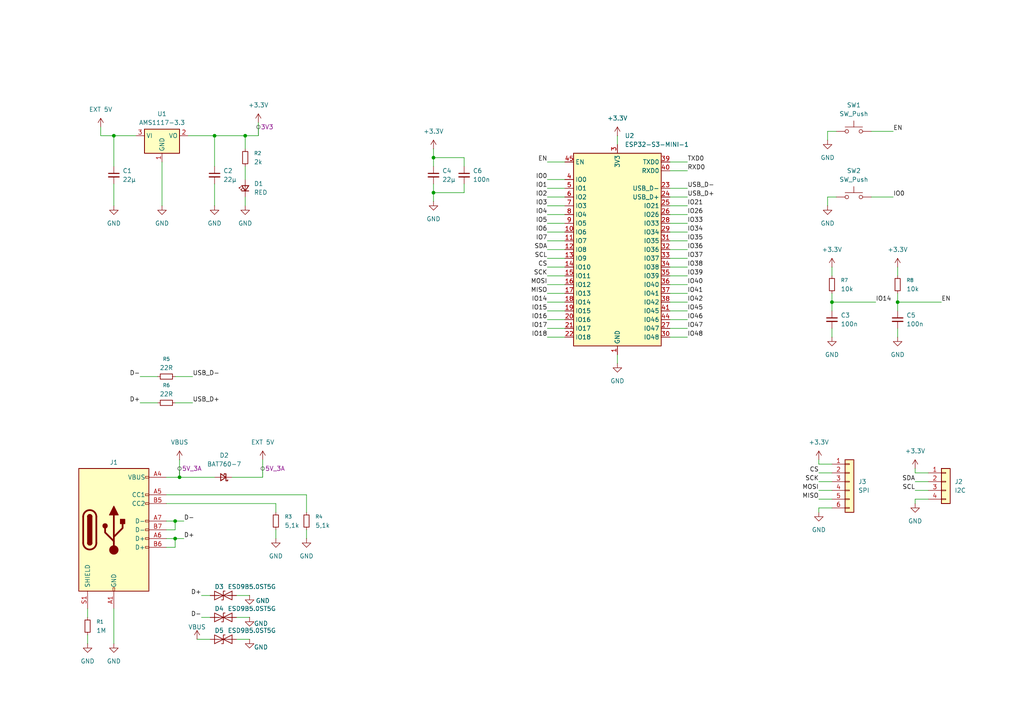
<source format=kicad_sch>
(kicad_sch (version 20250114) (generator "eeschema") (generator_version "9.0")
  (paper "A4")
  (title_block (title "ESP32-S3-Mini") (date "2026-01-28") (rev "V1") (company "AGEA Leo"))
  (lib_symbols
    (symbol "Connector:USB_C_Receptacle_USB2.0_14P" (pin_names (offset 1.016))
      (property "Reference" "J" (at 0 22.225 0))
      (property "Value" "USB_C_Receptacle_USB2.0_14P" (at 0 19.685 0))
      (symbol "USB_C_Receptacle_USB2.0_14P_0_0"
        (rectangle (start -0.254 -17.78) (end 0.254 -16.764))
        (rectangle (start 10.16 15.494) (end 9.144 14.986))
        (rectangle (start 10.16 10.414) (end 9.144 9.906))
        (rectangle (start 10.16 7.874) (end 9.144 7.366))
        (rectangle (start 10.16 2.794) (end 9.144 2.286))
        (rectangle (start 10.16 0.254) (end 9.144 -0.254))
        (rectangle (start 10.16 -2.286) (end 9.144 -2.794))
        (rectangle (start 10.16 -4.826) (end 9.144 -5.334))
      )
      (symbol "USB_C_Receptacle_USB2.0_14P_0_1"
        (rectangle (start -10.16 17.78) (end 10.16 -17.78) (stroke (width 0.254)) (fill (type background)))
        (polyline (pts (xy -8.89 -3.81) (xy -8.89 3.81)) (stroke (width 0.508)))
        (rectangle (start -7.62 -3.81) (end -6.35 3.81) (stroke (width 0.254)) (fill (type outline)))
        (arc (start -7.62 3.81) (mid -6.985 4.4423) (end -6.35 3.81) (stroke (width 0.254)))
        (arc (start -7.62 3.81) (mid -6.985 4.4423) (end -6.35 3.81) (stroke (width 0.254)) (fill (type outline)))
        (arc (start -8.89 3.81) (mid -6.985 5.7067) (end -5.08 3.81) (stroke (width 0.508)))
        (arc (start -5.08 -3.81) (mid -6.985 -5.7067) (end -8.89 -3.81) (stroke (width 0.508)))
        (arc (start -6.35 -3.81) (mid -6.985 -4.4423) (end -7.62 -3.81) (stroke (width 0.254)))
        (arc (start -6.35 -3.81) (mid -6.985 -4.4423) (end -7.62 -3.81) (stroke (width 0.254)) (fill (type outline)))
        (polyline (pts (xy -5.08 3.81) (xy -5.08 -3.81)) (stroke (width 0.508)))
        (circle (center -2.54 1.143) (radius 0.635) (stroke (width 0.254)) (fill (type outline)))
        (polyline (pts (xy -1.27 4.318) (xy 0 6.858) (xy 1.27 4.318) (xy -1.27 4.318)) (stroke (width 0.254)) (fill (type outline)))
        (polyline (pts (xy 0 -2.032) (xy 2.54 0.508) (xy 2.54 1.778)) (stroke (width 0.508)))
        (polyline (pts (xy 0 -3.302) (xy -2.54 -0.762) (xy -2.54 0.508)) (stroke (width 0.508)))
        (polyline (pts (xy 0 -5.842) (xy 0 4.318)) (stroke (width 0.508)))
        (circle (center 0 -5.842) (radius 1.27) (fill (type outline)))
        (rectangle (start 1.905 1.778) (end 3.175 3.048) (stroke (width 0.254)) (fill (type outline)))
      )
      (symbol "USB_C_Receptacle_USB2.0_14P_1_1"
        (pin passive line (at -7.62 -22.86 90) (length 5.08) (name "SHIELD") (number "S1"))
        (pin passive line (at 0 -22.86 90) (length 5.08) (name "GND") (number "A1"))
        (pin passive line (at 0 -22.86 90) (length 5.08) (hide yes) (name "GND") (number "A12"))
        (pin passive line (at 0 -22.86 90) (length 5.08) (hide yes) (name "GND") (number "B1"))
        (pin passive line (at 0 -22.86 90) (length 5.08) (hide yes) (name "GND") (number "B12"))
        (pin passive line (at 15.24 15.24 180) (length 5.08) (name "VBUS") (number "A4"))
        (pin passive line (at 15.24 15.24 180) (length 5.08) (hide yes) (name "VBUS") (number "A9"))
        (pin passive line (at 15.24 15.24 180) (length 5.08) (hide yes) (name "VBUS") (number "B4"))
        (pin passive line (at 15.24 15.24 180) (length 5.08) (hide yes) (name "VBUS") (number "B9"))
        (pin bidirectional line (at 15.24 10.16 180) (length 5.08) (name "CC1") (number "A5"))
        (pin bidirectional line (at 15.24 7.62 180) (length 5.08) (name "CC2") (number "B5"))
        (pin bidirectional line (at 15.24 2.54 180) (length 5.08) (name "D-") (number "A7"))
        (pin bidirectional line (at 15.24 0 180) (length 5.08) (name "D-") (number "B7"))
        (pin bidirectional line (at 15.24 -2.54 180) (length 5.08) (name "D+") (number "A6"))
        (pin bidirectional line (at 15.24 -5.08 180) (length 5.08) (name "D+") (number "B6"))
      )
    )
    (symbol "Connector_Generic:Conn_01x04" (pin_names (offset 1.016) (hide yes))
      (property "Reference" "J" (at 0 5.08 0))
      (property "Value" "Conn_01x04" (at 0 -7.62 0))
      (symbol "Conn_01x04_1_1"
        (rectangle (start -1.27 3.81) (end 1.27 -6.35) (stroke (width 0.254)) (fill (type background)))
        (rectangle (start -1.27 2.667) (end 0 2.413) (stroke (width 0.1524)))
        (rectangle (start -1.27 0.127) (end 0 -0.127) (stroke (width 0.1524)))
        (rectangle (start -1.27 -2.413) (end 0 -2.667) (stroke (width 0.1524)))
        (rectangle (start -1.27 -4.953) (end 0 -5.207) (stroke (width 0.1524)))
        (pin passive line (at -5.08 2.54 0) (length 3.81) (name "Pin_1") (number "1"))
        (pin passive line (at -5.08 0 0) (length 3.81) (name "Pin_2") (number "2"))
        (pin passive line (at -5.08 -2.54 0) (length 3.81) (name "Pin_3") (number "3"))
        (pin passive line (at -5.08 -5.08 0) (length 3.81) (name "Pin_4") (number "4"))
      )
    )
    (symbol "Connector_Generic:Conn_01x06" (pin_names (offset 1.016) (hide yes))
      (property "Reference" "J" (at 0 7.62 0))
      (property "Value" "Conn_01x06" (at 0 -10.16 0))
      (symbol "Conn_01x06_1_1"
        (rectangle (start -1.27 6.35) (end 1.27 -8.89) (stroke (width 0.254)) (fill (type background)))
        (rectangle (start -1.27 5.207) (end 0 4.953) (stroke (width 0.1524)))
        (rectangle (start -1.27 2.667) (end 0 2.413) (stroke (width 0.1524)))
        (rectangle (start -1.27 0.127) (end 0 -0.127) (stroke (width 0.1524)))
        (rectangle (start -1.27 -2.413) (end 0 -2.667) (stroke (width 0.1524)))
        (rectangle (start -1.27 -4.953) (end 0 -5.207) (stroke (width 0.1524)))
        (rectangle (start -1.27 -7.493) (end 0 -7.747) (stroke (width 0.1524)))
        (pin passive line (at -5.08 5.08 0) (length 3.81) (name "Pin_1") (number "1"))
        (pin passive line (at -5.08 2.54 0) (length 3.81) (name "Pin_2") (number "2"))
        (pin passive line (at -5.08 0 0) (length 3.81) (name "Pin_3") (number "3"))
        (pin passive line (at -5.08 -2.54 0) (length 3.81) (name "Pin_4") (number "4"))
        (pin passive line (at -5.08 -5.08 0) (length 3.81) (name "Pin_5") (number "5"))
        (pin passive line (at -5.08 -7.62 0) (length 3.81) (name "Pin_6") (number "6"))
      )
    )
    (symbol "Device:C_Small" (pin_numbers (hide yes)) (pin_names (offset 0.254) (hide yes))
      (property "Reference" "C" (at 0.254 1.778 0))
      (property "Value" "C_Small" (at 0.254 -2.032 0))
      (symbol "C_Small_0_1"
        (polyline (pts (xy -1.524 0.508) (xy 1.524 0.508)) (stroke (width 0.3048)))
        (polyline (pts (xy -1.524 -0.508) (xy 1.524 -0.508)) (stroke (width 0.3302)))
      )
      (symbol "C_Small_1_1"
        (pin passive line (at 0 2.54 270) (length 2.032) (name "~") (number "1"))
        (pin passive line (at 0 -2.54 90) (length 2.032) (name "~") (number "2"))
      )
    )
    (symbol "Device:D_Schottky_Small" (pin_numbers (hide yes)) (pin_names (offset 0.254) (hide yes))
      (property "Reference" "D" (at -1.27 2.032 0))
      (property "Value" "D_Schottky_Small" (at -7.112 -2.032 0))
      (symbol "D_Schottky_Small_0_1"
        (polyline (pts (xy -1.27 0.762) (xy -1.27 1.016) (xy -0.762 1.016) (xy -0.762 -1.016) (xy -0.254 -1.016) (xy -0.254 -0.762)) (stroke (width 0.254)))
        (polyline (pts (xy -0.762 0) (xy 0.762 0)))
        (polyline (pts (xy 0.762 -1.016) (xy -0.762 0) (xy 0.762 1.016) (xy 0.762 -1.016)) (stroke (width 0.254)))
      )
      (symbol "D_Schottky_Small_1_1"
        (pin passive line (at -2.54 0 0) (length 1.778) (name "K") (number "1"))
        (pin passive line (at 2.54 0 180) (length 1.778) (name "A") (number "2"))
      )
    )
    (symbol "Device:LED_Small" (pin_numbers (hide yes)) (pin_names (offset 0.254) (hide yes))
      (property "Reference" "D" (at -1.27 3.175 0))
      (property "Value" "LED_Small" (at -4.445 -2.54 0))
      (symbol "LED_Small_0_1"
        (polyline (pts (xy -0.762 -1.016) (xy -0.762 1.016)) (stroke (width 0.254)))
        (polyline (pts (xy 0 0.762) (xy -0.508 1.27) (xy -0.254 1.27) (xy -0.508 1.27) (xy -0.508 1.016)))
        (polyline (pts (xy 0.508 1.27) (xy 0 1.778) (xy 0.254 1.778) (xy 0 1.778) (xy 0 1.524)))
        (polyline (pts (xy 0.762 -1.016) (xy -0.762 0) (xy 0.762 1.016) (xy 0.762 -1.016)) (stroke (width 0.254)))
        (polyline (pts (xy 1.016 0) (xy -0.762 0)))
      )
      (symbol "LED_Small_1_1"
        (pin passive line (at -2.54 0 0) (length 1.778) (name "K") (number "1"))
        (pin passive line (at 2.54 0 180) (length 1.778) (name "A") (number "2"))
      )
    )
    (symbol "Device:R_Small" (pin_numbers (hide yes)) (pin_names (offset 0.254) (hide yes))
      (property "Reference" "R" (at 0 0 90))
      (property "Value" "R_Small" (at 1.778 0 90))
      (symbol "R_Small_0_1"
        (rectangle (start -0.762 1.778) (end 0.762 -1.778) (stroke (width 0.2032)))
      )
      (symbol "R_Small_1_1"
        (pin passive line (at 0 2.54 270) (length 0.762) (name "~") (number "1"))
        (pin passive line (at 0 -2.54 90) (length 0.762) (name "~") (number "2"))
      )
    )
    (symbol "Diode:ESD9B5.0ST5G" (pin_numbers (hide yes)) (pin_names (offset 1.016) (hide yes))
      (property "Reference" "D" (at 0 2.54 0))
      (property "Value" "ESD9B5.0ST5G" (at 0 -2.54 0))
      (symbol "ESD9B5.0ST5G_0_1"
        (polyline (pts (xy -2.54 -1.27) (xy 0 0) (xy -2.54 1.27) (xy -2.54 -1.27)) (stroke (width 0.2032)))
        (polyline (pts (xy 0.508 1.27) (xy 0 1.27) (xy 0 -1.27) (xy -0.508 -1.27)) (stroke (width 0.2032)))
        (polyline (pts (xy 1.27 0) (xy -1.27 0)))
        (polyline (pts (xy 2.54 1.27) (xy 2.54 -1.27) (xy 0 0) (xy 2.54 1.27)) (stroke (width 0.2032)))
      )
      (symbol "ESD9B5.0ST5G_1_1"
        (pin passive line (at -3.81 0 0) (length 2.54) (name "A1") (number "1"))
        (pin passive line (at 3.81 0 180) (length 2.54) (name "A2") (number "2"))
      )
    )
    (symbol "RF_Module:ESP32-S3-MINI-1"
      (property "Reference" "U" (at -11.43 29.21 0))
      (property "Value" "ESP32-S3-MINI-1" (at 12.7 29.21 0))
      (symbol "ESP32-S3-MINI-1_0_1"
        (rectangle (start -12.7 27.94) (end 12.7 -27.94) (stroke (width 0.254)) (fill (type background)))
      )
      (symbol "ESP32-S3-MINI-1_1_1"
        (pin input line (at -15.24 25.4 0) (length 2.54) (name "EN") (number "45"))
        (pin bidirectional line (at -15.24 20.32 0) (length 2.54) (name "IO0") (number "4"))
        (pin bidirectional line (at -15.24 17.78 0) (length 2.54) (name "IO1") (number "5"))
        (pin bidirectional line (at -15.24 15.24 0) (length 2.54) (name "IO2") (number "6"))
        (pin bidirectional line (at -15.24 12.7 0) (length 2.54) (name "IO3") (number "7"))
        (pin bidirectional line (at -15.24 10.16 0) (length 2.54) (name "IO4") (number "8"))
        (pin bidirectional line (at -15.24 7.62 0) (length 2.54) (name "IO5") (number "9"))
        (pin bidirectional line (at -15.24 5.08 0) (length 2.54) (name "IO6") (number "10"))
        (pin bidirectional line (at -15.24 2.54 0) (length 2.54) (name "IO7") (number "11"))
        (pin bidirectional line (at -15.24 0 0) (length 2.54) (name "IO8") (number "12"))
        (pin bidirectional line (at -15.24 -2.54 0) (length 2.54) (name "IO9") (number "13"))
        (pin bidirectional line (at -15.24 -5.08 0) (length 2.54) (name "IO10") (number "14"))
        (pin bidirectional line (at -15.24 -7.62 0) (length 2.54) (name "IO11") (number "15"))
        (pin bidirectional line (at -15.24 -10.16 0) (length 2.54) (name "IO12") (number "16"))
        (pin bidirectional line (at -15.24 -12.7 0) (length 2.54) (name "IO13") (number "17"))
        (pin bidirectional line (at -15.24 -15.24 0) (length 2.54) (name "IO14") (number "18"))
        (pin bidirectional line (at -15.24 -17.78 0) (length 2.54) (name "IO15") (number "19"))
        (pin bidirectional line (at -15.24 -20.32 0) (length 2.54) (name "IO16") (number "20"))
        (pin bidirectional line (at -15.24 -22.86 0) (length 2.54) (name "IO17") (number "21"))
        (pin bidirectional line (at -15.24 -25.4 0) (length 2.54) (name "IO18") (number "22"))
        (pin power_in line (at 0 30.48 270) (length 2.54) (name "3V3") (number "3"))
        (pin power_in line (at 0 -30.48 90) (length 2.54) (name "GND") (number "1"))
        (pin passive line (at 0 -30.48 90) (length 2.54) (hide yes) (name "GND") (number "2"))
        (pin passive line (at 0 -30.48 90) (length 2.54) (hide yes) (name "GND") (number "42"))
        (pin passive line (at 0 -30.48 90) (length 2.54) (hide yes) (name "GND") (number "43"))
        (pin passive line (at 0 -30.48 90) (length 2.54) (hide yes) (name "GND") (number "46"))
        (pin passive line (at 0 -30.48 90) (length 2.54) (hide yes) (name "GND") (number "47"))
        (pin passive line (at 0 -30.48 90) (length 2.54) (hide yes) (name "GND") (number "48"))
        (pin passive line (at 0 -30.48 90) (length 2.54) (hide yes) (name "GND") (number "49"))
        (pin passive line (at 0 -30.48 90) (length 2.54) (hide yes) (name "GND") (number "50"))
        (pin passive line (at 0 -30.48 90) (length 2.54) (hide yes) (name "GND") (number "51"))
        (pin passive line (at 0 -30.48 90) (length 2.54) (hide yes) (name "GND") (number "52"))
        (pin passive line (at 0 -30.48 90) (length 2.54) (hide yes) (name "GND") (number "53"))
        (pin passive line (at 0 -30.48 90) (length 2.54) (hide yes) (name "GND") (number "54"))
        (pin passive line (at 0 -30.48 90) (length 2.54) (hide yes) (name "GND") (number "55"))
        (pin passive line (at 0 -30.48 90) (length 2.54) (hide yes) (name "GND") (number "56"))
        (pin passive line (at 0 -30.48 90) (length 2.54) (hide yes) (name "GND") (number "57"))
        (pin passive line (at 0 -30.48 90) (length 2.54) (hide yes) (name "GND") (number "58"))
        (pin passive line (at 0 -30.48 90) (length 2.54) (hide yes) (name "GND") (number "59"))
        (pin passive line (at 0 -30.48 90) (length 2.54) (hide yes) (name "GND") (number "60"))
        (pin passive line (at 0 -30.48 90) (length 2.54) (hide yes) (name "GND") (number "61"))
        (pin passive line (at 0 -30.48 90) (length 2.54) (hide yes) (name "GND") (number "62"))
        (pin passive line (at 0 -30.48 90) (length 2.54) (hide yes) (name "GND") (number "63"))
        (pin passive line (at 0 -30.48 90) (length 2.54) (hide yes) (name "GND") (number "64"))
        (pin passive line (at 0 -30.48 90) (length 2.54) (hide yes) (name "GND") (number "65"))
        (pin bidirectional line (at 15.24 25.4 180) (length 2.54) (name "TXD0") (number "39"))
        (pin bidirectional line (at 15.24 22.86 180) (length 2.54) (name "RXD0") (number "40"))
        (pin bidirectional line (at 15.24 17.78 180) (length 2.54) (name "USB_D-") (number "23"))
        (pin bidirectional line (at 15.24 15.24 180) (length 2.54) (name "USB_D+") (number "24"))
        (pin bidirectional line (at 15.24 12.7 180) (length 2.54) (name "IO21") (number "25"))
        (pin bidirectional line (at 15.24 10.16 180) (length 2.54) (name "IO26") (number "26"))
        (pin bidirectional line (at 15.24 7.62 180) (length 2.54) (name "IO33") (number "28"))
        (pin bidirectional line (at 15.24 5.08 180) (length 2.54) (name "IO34") (number "29"))
        (pin bidirectional line (at 15.24 2.54 180) (length 2.54) (name "IO35") (number "31"))
        (pin bidirectional line (at 15.24 0 180) (length 2.54) (name "IO36") (number "32"))
        (pin bidirectional line (at 15.24 -2.54 180) (length 2.54) (name "IO37") (number "33"))
        (pin bidirectional line (at 15.24 -5.08 180) (length 2.54) (name "IO38") (number "34"))
        (pin bidirectional line (at 15.24 -7.62 180) (length 2.54) (name "IO39") (number "35"))
        (pin bidirectional line (at 15.24 -10.16 180) (length 2.54) (name "IO40") (number "36"))
        (pin bidirectional line (at 15.24 -12.7 180) (length 2.54) (name "IO41") (number "37"))
        (pin bidirectional line (at 15.24 -15.24 180) (length 2.54) (name "IO42") (number "38"))
        (pin bidirectional line (at 15.24 -17.78 180) (length 2.54) (name "IO45") (number "41"))
        (pin bidirectional line (at 15.24 -20.32 180) (length 2.54) (name "IO46") (number "44"))
        (pin bidirectional line (at 15.24 -22.86 180) (length 2.54) (name "IO47") (number "27"))
        (pin bidirectional line (at 15.24 -25.4 180) (length 2.54) (name "IO48") (number "30"))
      )
    )
    (symbol "Regulator_Linear:AMS1117-3.3"
      (property "Reference" "U" (at -3.81 3.175 0))
      (property "Value" "AMS1117-3.3" (at 0 3.175 0))
      (symbol "AMS1117-3.3_0_1"
        (rectangle (start -5.08 -5.08) (end 5.08 1.905) (stroke (width 0.254)) (fill (type background)))
      )
      (symbol "AMS1117-3.3_1_1"
        (pin power_in line (at -7.62 0 0) (length 2.54) (name "VI") (number "3"))
        (pin power_in line (at 0 -7.62 90) (length 2.54) (name "GND") (number "1"))
        (pin power_out line (at 7.62 0 180) (length 2.54) (name "VO") (number "2"))
      )
    )
    (symbol "Switch:SW_Push" (pin_numbers (hide yes)) (pin_names (offset 1.016) (hide yes))
      (property "Reference" "SW" (at 1.27 2.54 0))
      (property "Value" "SW_Push" (at 0 -1.524 0))
      (symbol "SW_Push_0_1"
        (circle (center -2.032 0) (radius 0.508))
        (polyline (pts (xy 0 1.27) (xy 0 3.048)))
        (circle (center 2.032 0) (radius 0.508))
        (polyline (pts (xy 2.54 1.27) (xy -2.54 1.27)))
        (pin passive line (at -5.08 0 0) (length 2.54) (name "1") (number "1"))
        (pin passive line (at 5.08 0 180) (length 2.54) (name "2") (number "2"))
      )
    )
    (symbol "power:+3.3V" (power) (pin_numbers (hide yes)) (pin_names (offset 0) (hide yes))
      (property "Value" "+3.3V" (at 0 3.556 0))
      (symbol "+3.3V_0_1"
        (polyline (pts (xy -0.762 1.27) (xy 0 2.54)))
        (polyline (pts (xy 0 2.54) (xy 0.762 1.27)))
        (polyline (pts (xy 0 0) (xy 0 2.54)))
      )
      (symbol "+3.3V_1_1"
        (pin power_in line (at 0 0 90) (length 0) (name "~") (number "1"))
      )
    )
    (symbol "power:GND" (power) (pin_numbers (hide yes)) (pin_names (offset 0) (hide yes))
      (property "Value" "GND" (at 0 -3.81 0))
      (symbol "GND_0_1"
        (polyline (pts (xy 0 0) (xy 0 -1.27) (xy 1.27 -1.27) (xy 0 -2.54) (xy -1.27 -1.27) (xy 0 -1.27)))
      )
      (symbol "GND_1_1"
        (pin power_in line (at 0 0 270) (length 0) (name "~") (number "1"))
      )
    )
    (symbol "power:LINE" (power) (pin_numbers (hide yes)) (pin_names (offset 0) (hide yes))
      (property "Value" "LINE" (at 0 3.556 0))
      (symbol "LINE_0_1"
        (polyline (pts (xy -0.762 1.27) (xy 0 2.54)))
        (polyline (pts (xy 0 2.54) (xy 0.762 1.27)))
        (polyline (pts (xy 0 0) (xy 0 2.54)))
      )
      (symbol "LINE_1_1"
        (pin power_in line (at 0 0 90) (length 0) (name "~") (number "1"))
      )
    )
    (symbol "power:VBUS" (power) (pin_numbers (hide yes)) (pin_names (offset 0) (hide yes))
      (property "Value" "VBUS" (at 0 3.556 0))
      (symbol "VBUS_0_1"
        (polyline (pts (xy -0.762 1.27) (xy 0 2.54)))
        (polyline (pts (xy 0 2.54) (xy 0.762 1.27)))
        (polyline (pts (xy 0 0) (xy 0 2.54)))
      )
      (symbol "VBUS_1_1"
        (pin power_in line (at 0 0 90) (length 0) (name "~") (number "1"))
      )
    )
  )
  (junction (at 71.12 39.37))
  (junction (at 125.73 55.88))
  (junction (at 33.02 39.37))
  (junction (at 125.73 45.72))
  (junction (at 50.8 156.21))
  (junction (at 50.8 151.13))
  (junction (at 260.35 87.63))
  (junction (at 241.3 87.63))
  (junction (at 52.07 138.43))
  (junction (at 62.23 39.37))
  (wire (pts (xy 80.01 153.67) (xy 80.01 156.21)))
  (wire (pts (xy 265.43 135.89) (xy 265.43 137.16)))
  (wire (pts (xy 265.43 144.78) (xy 269.24 144.78)))
  (wire (pts (xy 260.35 87.63) (xy 260.35 90.17)))
  (wire (pts (xy 260.35 95.25) (xy 260.35 97.79)))
  (wire (pts (xy 241.3 77.47) (xy 241.3 80.01)))
  (wire (pts (xy 125.73 55.88) (xy 134.62 55.88)))
  (wire (pts (xy 33.02 59.69) (xy 33.02 53.34)))
  (wire (pts (xy 40.64 116.84) (xy 45.72 116.84)))
  (wire (pts (xy 237.49 134.62) (xy 241.3 134.62)))
  (wire (pts (xy 29.21 36.83) (xy 29.21 39.37)))
  (wire (pts (xy 163.83 97.79) (xy 158.75 97.79)))
  (wire (pts (xy 163.83 95.25) (xy 158.75 95.25)))
  (wire (pts (xy 48.26 138.43) (xy 52.07 138.43)))
  (wire (pts (xy 240.03 57.15) (xy 240.03 59.69)))
  (wire (pts (xy 163.83 67.31) (xy 158.75 67.31)))
  (wire (pts (xy 194.31 67.31) (xy 199.39 67.31)))
  (wire (pts (xy 194.31 64.77) (xy 199.39 64.77)))
  (wire (pts (xy 33.02 176.53) (xy 33.02 186.69)))
  (wire (pts (xy 163.83 69.85) (xy 158.75 69.85)))
  (wire (pts (xy 265.43 142.24) (xy 269.24 142.24)))
  (wire (pts (xy 50.8 116.84) (xy 55.88 116.84)))
  (wire (pts (xy 194.31 77.47) (xy 199.39 77.47)))
  (wire (pts (xy 46.99 46.99) (xy 46.99 59.69)))
  (wire (pts (xy 29.21 39.37) (xy 33.02 39.37)))
  (wire (pts (xy 33.02 48.26) (xy 33.02 39.37)))
  (wire (pts (xy 134.62 45.72) (xy 125.73 45.72)))
  (wire (pts (xy 237.49 137.16) (xy 241.3 137.16)))
  (wire (pts (xy 62.23 59.69) (xy 62.23 53.34)))
  (wire (pts (xy 76.2 133.35) (xy 76.2 138.43)))
  (wire (pts (xy 194.31 90.17) (xy 199.39 90.17)))
  (wire (pts (xy 163.83 85.09) (xy 158.75 85.09)))
  (wire (pts (xy 237.49 133.35) (xy 237.49 134.62)))
  (wire (pts (xy 48.26 156.21) (xy 50.8 156.21)))
  (wire (pts (xy 58.42 179.07) (xy 60.96 179.07)))
  (wire (pts (xy 48.26 143.51) (xy 88.9 143.51)))
  (wire (pts (xy 194.31 87.63) (xy 199.39 87.63)))
  (wire (pts (xy 163.83 72.39) (xy 158.75 72.39)))
  (wire (pts (xy 158.75 46.99) (xy 163.83 46.99)))
  (wire (pts (xy 48.26 153.67) (xy 50.8 153.67)))
  (wire (pts (xy 260.35 87.63) (xy 273.05 87.63)))
  (wire (pts (xy 241.3 95.25) (xy 241.3 97.79)))
  (wire (pts (xy 241.3 87.63) (xy 254 87.63)))
  (wire (pts (xy 163.83 59.69) (xy 158.75 59.69)))
  (wire (pts (xy 71.12 57.15) (xy 71.12 59.69)))
  (wire (pts (xy 50.8 151.13) (xy 53.34 151.13)))
  (wire (pts (xy 260.35 85.09) (xy 260.35 87.63)))
  (wire (pts (xy 62.23 39.37) (xy 62.23 48.26)))
  (wire (pts (xy 194.31 85.09) (xy 199.39 85.09)))
  (wire (pts (xy 125.73 43.18) (xy 125.73 45.72)))
  (wire (pts (xy 88.9 153.67) (xy 88.9 156.21)))
  (wire (pts (xy 125.73 53.34) (xy 125.73 55.88)))
  (wire (pts (xy 163.83 77.47) (xy 158.75 77.47)))
  (wire (pts (xy 194.31 69.85) (xy 199.39 69.85)))
  (wire (pts (xy 163.83 90.17) (xy 158.75 90.17)))
  (wire (pts (xy 242.57 57.15) (xy 240.03 57.15)))
  (wire (pts (xy 40.64 109.22) (xy 45.72 109.22)))
  (wire (pts (xy 265.43 146.05) (xy 265.43 144.78)))
  (wire (pts (xy 252.73 57.15) (xy 259.08 57.15)))
  (wire (pts (xy 194.31 59.69) (xy 199.39 59.69)))
  (wire (pts (xy 80.01 146.05) (xy 80.01 148.59)))
  (wire (pts (xy 163.83 64.77) (xy 158.75 64.77)))
  (wire (pts (xy 125.73 55.88) (xy 125.73 58.42)))
  (wire (pts (xy 179.07 102.87) (xy 179.07 105.41)))
  (wire (pts (xy 74.93 35.56) (xy 74.93 39.37)))
  (wire (pts (xy 194.31 72.39) (xy 199.39 72.39)))
  (wire (pts (xy 71.12 48.26) (xy 71.12 52.07)))
  (wire (pts (xy 134.62 48.26) (xy 134.62 45.72)))
  (wire (pts (xy 265.43 137.16) (xy 269.24 137.16)))
  (wire (pts (xy 237.49 144.78) (xy 241.3 144.78)))
  (wire (pts (xy 68.58 179.07) (xy 72.39 179.07)))
  (wire (pts (xy 252.73 38.1) (xy 259.08 38.1)))
  (wire (pts (xy 163.83 52.07) (xy 158.75 52.07)))
  (wire (pts (xy 68.58 185.42) (xy 72.39 185.42)))
  (wire (pts (xy 68.58 172.72) (xy 72.39 172.72)))
  (wire (pts (xy 25.4 176.53) (xy 25.4 179.07)))
  (wire (pts (xy 194.31 62.23) (xy 199.39 62.23)))
  (wire (pts (xy 48.26 146.05) (xy 80.01 146.05)))
  (wire (pts (xy 163.83 87.63) (xy 158.75 87.63)))
  (wire (pts (xy 237.49 142.24) (xy 241.3 142.24)))
  (wire (pts (xy 194.31 49.53) (xy 199.39 49.53)))
  (wire (pts (xy 194.31 46.99) (xy 199.39 46.99)))
  (wire (pts (xy 48.26 158.75) (xy 50.8 158.75)))
  (wire (pts (xy 163.83 62.23) (xy 158.75 62.23)))
  (wire (pts (xy 62.23 39.37) (xy 71.12 39.37)))
  (wire (pts (xy 58.42 172.72) (xy 60.96 172.72)))
  (wire (pts (xy 163.83 54.61) (xy 158.75 54.61)))
  (wire (pts (xy 52.07 138.43) (xy 62.23 138.43)))
  (wire (pts (xy 194.31 74.93) (xy 199.39 74.93)))
  (wire (pts (xy 163.83 57.15) (xy 158.75 57.15)))
  (wire (pts (xy 194.31 57.15) (xy 199.39 57.15)))
  (wire (pts (xy 52.07 133.35) (xy 52.07 138.43)))
  (wire (pts (xy 194.31 80.01) (xy 199.39 80.01)))
  (wire (pts (xy 260.35 77.47) (xy 260.35 80.01)))
  (wire (pts (xy 241.3 87.63) (xy 241.3 90.17)))
  (wire (pts (xy 194.31 54.61) (xy 199.39 54.61)))
  (wire (pts (xy 179.07 39.37) (xy 179.07 41.91)))
  (wire (pts (xy 48.26 151.13) (xy 50.8 151.13)))
  (wire (pts (xy 57.15 185.42) (xy 60.96 185.42)))
  (wire (pts (xy 163.83 80.01) (xy 158.75 80.01)))
  (wire (pts (xy 50.8 153.67) (xy 50.8 151.13)))
  (wire (pts (xy 134.62 53.34) (xy 134.62 55.88)))
  (wire (pts (xy 163.83 74.93) (xy 158.75 74.93)))
  (wire (pts (xy 242.57 38.1) (xy 240.03 38.1)))
  (wire (pts (xy 194.31 92.71) (xy 199.39 92.71)))
  (wire (pts (xy 50.8 156.21) (xy 53.34 156.21)))
  (wire (pts (xy 88.9 143.51) (xy 88.9 148.59)))
  (wire (pts (xy 265.43 139.7) (xy 269.24 139.7)))
  (wire (pts (xy 241.3 85.09) (xy 241.3 87.63)))
  (wire (pts (xy 240.03 38.1) (xy 240.03 40.64)))
  (wire (pts (xy 125.73 45.72) (xy 125.73 48.26)))
  (wire (pts (xy 71.12 39.37) (xy 71.12 43.18)))
  (wire (pts (xy 33.02 39.37) (xy 39.37 39.37)))
  (wire (pts (xy 194.31 82.55) (xy 199.39 82.55)))
  (wire (pts (xy 54.61 39.37) (xy 62.23 39.37)))
  (wire (pts (xy 194.31 97.79) (xy 199.39 97.79)))
  (wire (pts (xy 67.31 138.43) (xy 76.2 138.43)))
  (wire (pts (xy 163.83 92.71) (xy 158.75 92.71)))
  (wire (pts (xy 241.3 147.32) (xy 237.49 147.32)))
  (wire (pts (xy 50.8 158.75) (xy 50.8 156.21)))
  (wire (pts (xy 163.83 82.55) (xy 158.75 82.55)))
  (wire (pts (xy 25.4 184.15) (xy 25.4 186.69)))
  (wire (pts (xy 74.93 39.37) (xy 71.12 39.37)))
  (wire (pts (xy 50.8 109.22) (xy 55.88 109.22)))
  (wire (pts (xy 237.49 139.7) (xy 241.3 139.7)))
  (wire (pts (xy 194.31 95.25) (xy 199.39 95.25)))
  (wire (pts (xy 237.49 147.32) (xy 237.49 148.59)))
  (label "EN" (at 259.08 38.1 0))
  (label "IO0" (at 158.75 52.07 180))
  (label "IO17" (at 158.75 95.25 180))
  (label "IO38" (at 199.39 77.47 0))
  (label "D-" (at 58.42 179.07 180))
  (label "USB_D+" (at 199.39 57.15 0))
  (label "IO42" (at 199.39 87.63 0))
  (label "IO14" (at 254 87.63 0))
  (label "IO0" (at 259.08 57.15 0))
  (label "MOSI" (at 237.49 142.24 180))
  (label "MISO" (at 158.75 85.09 180))
  (label "SDA" (at 265.43 139.7 180))
  (label "IO26" (at 199.39 62.23 0))
  (label "SCK" (at 237.49 139.7 180))
  (label "USB_D+" (at 55.88 116.84 0))
  (label "IO46" (at 199.39 92.71 0))
  (label "D+" (at 40.64 116.84 180))
  (label "IO47" (at 199.39 95.25 0))
  (label "SCL" (at 158.75 74.93 180))
  (label "RXD0" (at 199.39 49.53 0))
  (label "IO39" (at 199.39 80.01 0))
  (label "IO15" (at 158.75 90.17 180))
  (label "IO6" (at 158.75 67.31 180))
  (label "IO48" (at 199.39 97.79 0))
  (label "MOSI" (at 158.75 82.55 180))
  (label "D-" (at 40.64 109.22 180))
  (label "TXD0" (at 199.39 46.99 0))
  (label "EN" (at 273.05 87.63 0))
  (label "IO5" (at 158.75 64.77 180))
  (label "D+" (at 58.42 172.72 180))
  (label "IO14" (at 158.75 87.63 180))
  (label "IO37" (at 199.39 74.93 0))
  (label "IO34" (at 199.39 67.31 0))
  (label "IO33" (at 199.39 64.77 0))
  (label "D-" (at 53.34 151.13 0))
  (label "SDA" (at 158.75 72.39 180))
  (label "MISO" (at 237.49 144.78 180))
  (label "IO2" (at 158.75 57.15 180))
  (label "D+" (at 53.34 156.21 0))
  (label "IO3" (at 158.75 59.69 180))
  (label "SCL" (at 265.43 142.24 180))
  (label "IO40" (at 199.39 82.55 0))
  (label "SCK" (at 158.75 80.01 180))
  (label "IO45" (at 199.39 90.17 0))
  (label "IO1" (at 158.75 54.61 180))
  (label "CS" (at 158.75 77.47 180))
  (label "IO36" (at 199.39 72.39 0))
  (label "CS" (at 237.49 137.16 180))
  (label "IO35" (at 199.39 69.85 0))
  (label "USB_D-" (at 199.39 54.61 0))
  (label "IO7" (at 158.75 69.85 180))
  (label "IO4" (at 158.75 62.23 180))
  (label "EN" (at 158.75 46.99 180))
  (label "IO18" (at 158.75 97.79 180))
  (label "IO16" (at 158.75 92.71 180))
  (label "IO41" (at 199.39 85.09 0))
  (label "IO21" (at 199.39 59.69 0))
  (label "USB_D-" (at 55.88 109.22 0))
  (netclass_flag "" (length 2.54) (shape round) (at 76.2 138.43 0) (property "Netclass" "5V_3A" (at 76.8985 135.89 0) (effects (justify left))))
  (netclass_flag "" (length 2.54) (shape round) (at 52.07 138.43 0) (property "Netclass" "5V_3A" (at 52.7685 135.89 0) (effects (justify left))))
  (netclass_flag "" (length 2.54) (shape round) (at 74.93 39.37 0) (property "Netclass" "3V3" (at 75.6285 36.83 0) (effects (justify left))))
  (symbol (lib_id "Diode:ESD9B5.0ST5G") (at 64.77 172.72 180) (unit 1)
    (property "Reference" "D3" (at 62.23 170.18 0) (effects (justify right)))
    (property "Value" "ESD9B5.0ST5G" (at 66.0399 170.18 0) (effects (justify right)))
    (property "Footprint" "Diode_SMD:D_SOD-923" (effects (hide yes)))
    (property "Datasheet" "https://www.onsemi.com/pub/Collateral/ESD9B-D.PDF" (effects (hide yes)))
    (property "Description" "ESD protection diode, 5.0Vrwm, SOD-923" (effects (hide yes)))
    (property "LCSC" "C111566" (effects (hide yes)))
  )
  (symbol (lib_id "power:GND") (at 241.3 97.79 0) (unit 1)
    (property "Reference" "#PWR018" (effects (hide yes)))
    (property "Value" "GND" (at 241.3 102.87 0))
    (property "Description" "Power symbol creates a global label with name \"GND\" , ground" (effects (hide yes)))
  )
  (symbol (lib_id "Connector:USB_C_Receptacle_USB2.0_14P") (at 33.02 153.67 0) (unit 1)
    (property "Reference" "J1" (at 33.02 134.112 0))
    (property "Value" "USB_C_Receptacle_USB2.0_14P" (effects (hide yes)))
    (property "Footprint" "Connector_USB:USB_C_Receptacle_GCT_USB4105-xx-A_16P_TopMnt_Horizontal" (effects (hide yes)))
    (property "Datasheet" "https://www.usb.org/sites/default/files/documents/usb_type-c.zip" (effects (hide yes)))
    (property "Description" "USB 2.0-only 14P Type-C Receptacle connector" (effects (hide yes)))
    (property "LCSC" "C2765186" (effects (hide yes)))
  )
  (symbol (lib_id "power:+3.3V") (at 125.73 43.18 0) (unit 1)
    (property "Reference" "#PWR019" (effects (hide yes)))
    (property "Value" "+3.3V" (at 125.73 38.1 0))
    (property "Description" "Power symbol creates a global label with name \"+3.3V\"" (effects (hide yes)))
  )
  (symbol (lib_id "Device:R_Small") (at 260.35 82.55 0) (unit 1)
    (property "Reference" "R8" (at 262.89 81.2799 0) (effects (font (size 1.016 1.016)) (justify left)))
    (property "Value" "10k" (at 262.89 83.8199 0) (effects (justify left)))
    (property "Footprint" "Resistor_SMD:R_0201_0603Metric_Pad0.64x0.40mm_HandSolder" (effects (hide yes)))
    (property "Description" "5%" (effects (hide yes)))
    (property "LCSC" "C2930027" (effects (hide yes)))
  )
  (symbol (lib_id "power:+3.3V") (at 74.93 35.56 0) (unit 1)
    (property "Reference" "#PWR010" (effects (hide yes)))
    (property "Value" "+3.3V" (at 74.93 30.48 0))
    (property "Description" "Power symbol creates a global label with name \"+3.3V\"" (effects (hide yes)))
  )
  (symbol (lib_id "power:GND") (at 265.43 146.05 0) (unit 1)
    (property "Reference" "#PWR023" (effects (hide yes)))
    (property "Value" "GND" (at 265.43 151.13 0))
    (property "Description" "Power symbol creates a global label with name \"GND\" , ground" (effects (hide yes)))
  )
  (symbol (lib_id "Connector_Generic:Conn_01x04") (at 274.32 139.7 0) (unit 1)
    (property "Reference" "J2" (at 276.86 139.6999 0) (effects (justify left)))
    (property "Value" "I2C" (at 276.86 142.2399 0) (effects (justify left)))
    (property "Description" "Generic connector, single row, 01x04, script generated (kicad-library-utils/schlib/autogen/connector/)" (effects (hide yes)))
  )
  (symbol (lib_id "Regulator_Linear:AMS1117-3.3") (at 46.99 39.37 0) (unit 1)
    (property "Reference" "U1" (at 46.99 33.02 0))
    (property "Value" "AMS1117-3.3" (at 46.99 35.56 0))
    (property "Footprint" "Package_TO_SOT_SMD:SOT-223" (effects (hide yes)))
    (property "Datasheet" "http://www.advanced-monolithic.com/pdf/ds1117.pdf" (effects (hide yes)))
    (property "Description" "1A Low Dropout regulator, positive, 3.3V fixed output, SOT-223" (effects (hide yes)))
    (property "LCSC" "C347222" (effects (hide yes)))
  )
  (symbol (lib_id "Device:R_Small") (at 25.4 181.61 0) (unit 1)
    (property "Reference" "R1" (at 27.94 180.3399 0) (effects (font (size 1.016 1.016)) (justify left)))
    (property "Value" "1M" (at 27.94 182.8799 0) (effects (justify left)))
    (property "Footprint" "Resistor_SMD:R_01005_0402Metric_Pad0.57x0.30mm_HandSolder" (effects (hide yes)))
    (property "Description" "1%" (effects (hide yes)))
    (property "LCSC" "C26083" (effects (hide yes)))
  )
  (symbol (lib_id "power:+3.3V") (at 265.43 135.89 0) (unit 1)
    (property "Reference" "#PWR024" (effects (hide yes)))
    (property "Value" "+3.3V" (at 265.43 130.81 0))
    (property "Description" "Power symbol creates a global label with name \"+3.3V\"" (effects (hide yes)))
  )
  (symbol (lib_id "power:GND") (at 46.99 59.69 0) (unit 1)
    (property "Reference" "#PWR05" (effects (hide yes)))
    (property "Value" "GND" (at 46.99 64.77 0))
    (property "Description" "Power symbol creates a global label with name \"GND\" , ground" (effects (hide yes)))
  )
  (symbol (lib_id "Device:LED_Small") (at 71.12 54.61 90) (unit 1)
    (property "Reference" "D1" (at 73.66 53.2764 90) (effects (justify right)))
    (property "Value" "RED" (at 73.66 55.8164 90) (effects (justify right)))
    (property "Footprint" "LED_SMD:LED_0201_0603Metric" (effects (hide yes)))
    (property "Description" "Light emitting diode, small symbol" (effects (hide yes)))
    (property "Sim.Pin" "1=K 2=A" (effects (hide yes)))
    (property "LCSC" "C19171390" (effects (hide yes)))
  )
  (symbol (lib_id "power:VBUS") (at 57.15 185.42 0) (unit 1)
    (property "Reference" "#PWR08" (effects (hide yes)))
    (property "Value" "VBUS" (at 57.15 181.864 0))
    (property "Description" "Power symbol creates a global label with name \"VBUS\"" (effects (hide yes)))
  )
  (symbol (lib_id "Diode:ESD9B5.0ST5G") (at 64.77 179.07 180) (unit 1)
    (property "Reference" "D4" (at 62.23 176.53 0) (effects (justify right)))
    (property "Value" "ESD9B5.0ST5G" (at 66.0399 176.53 0) (effects (justify right)))
    (property "Footprint" "Diode_SMD:D_SOD-923" (effects (hide yes)))
    (property "Datasheet" "https://www.onsemi.com/pub/Collateral/ESD9B-D.PDF" (effects (hide yes)))
    (property "Description" "ESD protection diode, 5.0Vrwm, SOD-923" (effects (hide yes)))
    (property "LCSC" "C111566" (effects (hide yes)))
  )
  (symbol (lib_id "power:VBUS") (at 52.07 133.35 0) (unit 1)
    (property "Reference" "#PWR06" (effects (hide yes)))
    (property "Value" "VBUS" (at 52.07 128.27 0))
    (property "Description" "Power symbol creates a global label with name \"VBUS\"" (effects (hide yes)))
  )
  (symbol (lib_id "power:GND") (at 33.02 59.69 0) (unit 1)
    (property "Reference" "#PWR03" (effects (hide yes)))
    (property "Value" "GND" (at 33.02 64.77 0))
    (property "Description" "Power symbol creates a global label with name \"GND\" , ground" (effects (hide yes)))
  )
  (symbol (lib_id "power:GND") (at 72.39 179.07 0) (unit 1)
    (property "Reference" "#PWR012" (effects (hide yes)))
    (property "Value" "GND" (at 75.692 180.848 0))
    (property "Description" "Power symbol creates a global label with name \"GND\" , ground" (effects (hide yes)))
  )
  (symbol (lib_id "Device:D_Schottky_Small") (at 64.77 138.43 180) (unit 1)
    (property "Reference" "D2" (at 65.024 132.08 0))
    (property "Value" "BAT760-7" (at 65.024 134.62 0))
    (property "Footprint" "Diode_SMD:D_SOD-323_HandSoldering" (effects (hide yes)))
    (property "Description" "Schottky diode, small symbol" (effects (hide yes)))
    (property "LCSC" "C27636120" (effects (hide yes)))
  )
  (symbol (lib_id "Device:C_Small") (at 125.73 50.8 0) (unit 1)
    (property "Reference" "C4" (at 128.27 49.5362 0) (effects (justify left)))
    (property "Value" "22µ" (at 128.27 52.0762 0) (effects (justify left)))
    (property "Footprint" "Capacitor_SMD:C_0603_1608Metric_Pad1.08x0.95mm_HandSolder" (effects (hide yes)))
    (property "Description" "10V 20%" (effects (hide yes)))
    (property "LCSC" "C86295" (effects (hide yes)))
  )
  (symbol (lib_id "Diode:ESD9B5.0ST5G") (at 64.77 185.42 180) (unit 1)
    (property "Reference" "D5" (at 62.23 182.88 0) (effects (justify right)))
    (property "Value" "ESD9B5.0ST5G" (at 66.0399 182.88 0) (effects (justify right)))
    (property "Footprint" "Diode_SMD:D_SOD-923" (effects (hide yes)))
    (property "Datasheet" "https://www.onsemi.com/pub/Collateral/ESD9B-D.PDF" (effects (hide yes)))
    (property "Description" "ESD protection diode, 5.0Vrwm, SOD-923" (effects (hide yes)))
    (property "LCSC" "C111566" (effects (hide yes)))
  )
  (symbol (lib_id "Device:C_Small") (at 134.62 50.8 0) (unit 1)
    (property "Reference" "C6" (at 137.16 49.5362 0) (effects (justify left)))
    (property "Value" "100n" (at 137.16 52.0762 0) (effects (justify left)))
    (property "Footprint" "Capacitor_SMD:C_01005_0402Metric_Pad0.57x0.30mm_HandSolder" (effects (hide yes)))
    (property "Description" "50V 10%" (effects (hide yes)))
    (property "LCSC" "C6119785" (effects (hide yes)))
  )
  (symbol (lib_id "power:GND") (at 72.39 185.42 0) (unit 1)
    (property "Reference" "#PWR013" (effects (hide yes)))
    (property "Value" "GND" (at 75.692 187.706 0))
    (property "Description" "Power symbol creates a global label with name \"GND\" , ground" (effects (hide yes)))
  )
  (symbol (lib_id "power:+3.3V") (at 241.3 77.47 0) (unit 1)
    (property "Reference" "#PWR017" (effects (hide yes)))
    (property "Value" "+3.3V" (at 241.3 72.39 0))
    (property "Description" "Power symbol creates a global label with name \"+3.3V\"" (effects (hide yes)))
  )
  (symbol (lib_id "power:GND") (at 33.02 186.69 0) (unit 1)
    (property "Reference" "#PWR04" (effects (hide yes)))
    (property "Value" "GND" (at 33.02 191.77 0))
    (property "Description" "Power symbol creates a global label with name \"GND\" , ground" (effects (hide yes)))
  )
  (symbol (lib_id "Device:R_Small") (at 48.26 109.22 90) (unit 1)
    (property "Reference" "R5" (at 48.26 104.14 90) (effects (font (size 1.016 1.016))))
    (property "Value" "22R" (at 48.26 106.68 90))
    (property "Description" "1%" (effects (hide yes)))
  )
  (symbol (lib_id "Device:C_Small") (at 33.02 50.8 0) (unit 1)
    (property "Reference" "C1" (at 35.56 49.5362 0) (effects (justify left)))
    (property "Value" "22µ" (at 35.56 52.0762 0) (effects (justify left)))
    (property "Footprint" "Capacitor_SMD:C_0603_1608Metric_Pad1.08x0.95mm_HandSolder" (effects (hide yes)))
    (property "Description" "10V 20%" (effects (hide yes)))
    (property "LCSC" "C86295" (effects (hide yes)))
  )
  (symbol (lib_id "power:GND") (at 80.01 156.21 0) (unit 1)
    (property "Reference" "#PWR015" (effects (hide yes)))
    (property "Value" "GND" (at 80.01 161.29 0))
    (property "Description" "Power symbol creates a global label with name \"GND\" , ground" (effects (hide yes)))
  )
  (symbol (lib_id "power:GND") (at 125.73 58.42 0) (unit 1)
    (property "Reference" "#PWR020" (effects (hide yes)))
    (property "Value" "GND" (at 125.73 63.5 0))
    (property "Description" "Power symbol creates a global label with name \"GND\" , ground" (effects (hide yes)))
  )
  (symbol (lib_id "Switch:SW_Push") (at 247.65 57.15 0) (unit 1)
    (property "Reference" "SW2" (at 247.65 49.53 0))
    (property "Value" "SW_Push" (at 247.65 52.07 0))
    (property "Footprint" "Button_Switch_SMD:SW_Push_1P1T_NO_CK_KMR2" (effects (hide yes)))
    (property "Description" "Push button switch, generic, two pins" (effects (hide yes)))
    (property "LCSC" "C49393608" (effects (hide yes)))
  )
  (symbol (lib_id "Device:R_Small") (at 241.3 82.55 0) (unit 1)
    (property "Reference" "R7" (at 243.84 81.2799 0) (effects (font (size 1.016 1.016)) (justify left)))
    (property "Value" "10k" (at 243.84 83.8199 0) (effects (justify left)))
    (property "Footprint" "Resistor_SMD:R_0201_0603Metric_Pad0.64x0.40mm_HandSolder" (effects (hide yes)))
    (property "Description" "5%" (effects (hide yes)))
    (property "LCSC" "C2930027" (effects (hide yes)))
  )
  (symbol (lib_id "power:GND") (at 71.12 59.69 0) (unit 1)
    (property "Reference" "#PWR09" (effects (hide yes)))
    (property "Value" "GND" (at 71.12 64.77 0))
    (property "Description" "Power symbol creates a global label with name \"GND\" , ground" (effects (hide yes)))
  )
  (symbol (lib_id "power:GND") (at 72.39 172.72 0) (unit 1)
    (property "Reference" "#PWR011" (effects (hide yes)))
    (property "Value" "GND" (at 76.2 174.244 0))
    (property "Description" "Power symbol creates a global label with name \"GND\" , ground" (effects (hide yes)))
  )
  (symbol (lib_id "power:GND") (at 237.49 148.59 0) (unit 1)
    (property "Reference" "#PWR026" (effects (hide yes)))
    (property "Value" "GND" (at 237.49 153.67 0))
    (property "Description" "Power symbol creates a global label with name \"GND\" , ground" (effects (hide yes)))
  )
  (symbol (lib_id "Device:R_Small") (at 80.01 151.13 0) (unit 1)
    (property "Reference" "R3" (at 82.55 149.8599 0) (effects (font (size 1.016 1.016)) (justify left)))
    (property "Value" "5,1k" (at 82.55 152.3999 0) (effects (justify left)))
    (property "Footprint" "Resistor_SMD:R_0201_0603Metric_Pad0.64x0.40mm_HandSolder" (effects (hide yes)))
    (property "Description" "1%" (effects (hide yes)))
    (property "LCSC" "C23186" (effects (hide yes)))
  )
  (symbol (lib_id "power:GND") (at 240.03 40.64 0) (unit 1)
    (property "Reference" "#PWR029" (effects (hide yes)))
    (property "Value" "GND" (at 240.03 45.72 0))
    (property "Description" "Power symbol creates a global label with name \"GND\" , ground" (effects (hide yes)))
  )
  (symbol (lib_id "Device:R_Small") (at 71.12 45.72 0) (unit 1)
    (property "Reference" "R2" (at 73.66 44.4499 0) (effects (font (size 1.016 1.016)) (justify left)))
    (property "Value" "2k" (at 73.66 46.9899 0) (effects (justify left)))
    (property "Footprint" "Resistor_SMD:R_0201_0603Metric_Pad0.64x0.40mm_HandSolder" (effects (hide yes)))
    (property "Description" "5%" (effects (hide yes)))
    (property "LCSC" "C2907137" (effects (hide yes)))
  )
  (symbol (lib_id "Switch:SW_Push") (at 247.65 38.1 0) (unit 1)
    (property "Reference" "SW1" (at 247.65 30.48 0))
    (property "Value" "SW_Push" (at 247.65 33.02 0))
    (property "Footprint" "Button_Switch_SMD:SW_Push_1P1T_NO_CK_KMR2" (effects (hide yes)))
    (property "Description" "Push button switch, generic, two pins" (effects (hide yes)))
    (property "LCSC" "C49393608" (effects (hide yes)))
  )
  (symbol (lib_id "RF_Module:ESP32-S3-MINI-1") (at 179.07 72.39 0) (unit 1)
    (property "Reference" "U2" (at 181.2133 39.37 0) (effects (justify left)))
    (property "Value" "ESP32-S3-MINI-1" (at 181.2133 41.91 0) (effects (justify left)))
    (property "Footprint" "RF_Module:ESP32-S2-MINI-1" (effects (hide yes)))
    (property "Datasheet" "https://www.espressif.com/sites/default/files/documentation/esp32-s3-mini-1_mini-1u_datasheet_en.pdf" (effects (hide yes)))
    (property "Description" "RF Module, ESP32-S3 SoC, Wi-Fi 802.11b/g/n, Bluetooth, BLE, 32-bit, 3.3V, SMD, onboard antenna" (effects (hide yes)))
  )
  (symbol (lib_id "power:GND") (at 260.35 97.79 0) (unit 1)
    (property "Reference" "#PWR022" (effects (hide yes)))
    (property "Value" "GND" (at 260.35 102.87 0))
    (property "Description" "Power symbol creates a global label with name \"GND\" , ground" (effects (hide yes)))
  )
  (symbol (lib_id "power:LINE") (at 76.2 133.35 0) (unit 1)
    (property "Reference" "#PWR014" (effects (hide yes)))
    (property "Value" "EXT 5V" (at 76.2 128.27 0))
    (property "Description" "Power symbol creates a global label with name \"LINE\"" (effects (hide yes)))
  )
  (symbol (lib_id "power:GND") (at 25.4 186.69 0) (unit 1)
    (property "Reference" "#PWR02" (effects (hide yes)))
    (property "Value" "GND" (at 25.4 191.77 0))
    (property "Description" "Power symbol creates a global label with name \"GND\" , ground" (effects (hide yes)))
  )
  (symbol (lib_id "Device:C_Small") (at 260.35 92.71 0) (unit 1)
    (property "Reference" "C5" (at 262.89 91.4462 0) (effects (justify left)))
    (property "Value" "100n" (at 262.89 93.9862 0) (effects (justify left)))
    (property "Footprint" "Capacitor_SMD:C_01005_0402Metric_Pad0.57x0.30mm_HandSolder" (effects (hide yes)))
    (property "Description" "50V 10%" (effects (hide yes)))
    (property "LCSC" "C6119785" (effects (hide yes)))
  )
  (symbol (lib_id "power:+3.3V") (at 179.07 39.37 0) (unit 1)
    (property "Reference" "#PWR027" (effects (hide yes)))
    (property "Value" "+3.3V" (at 179.07 34.29 0))
    (property "Description" "Power symbol creates a global label with name \"+3.3V\"" (effects (hide yes)))
  )
  (symbol (lib_id "power:GND") (at 88.9 156.21 0) (unit 1)
    (property "Reference" "#PWR016" (effects (hide yes)))
    (property "Value" "GND" (at 88.9 161.29 0))
    (property "Description" "Power symbol creates a global label with name \"GND\" , ground" (effects (hide yes)))
  )
  (symbol (lib_id "power:+3.3V") (at 237.49 133.35 0) (unit 1)
    (property "Reference" "#PWR025" (effects (hide yes)))
    (property "Value" "+3.3V" (at 237.49 128.27 0))
    (property "Description" "Power symbol creates a global label with name \"+3.3V\"" (effects (hide yes)))
  )
  (symbol (lib_id "power:LINE") (at 29.21 36.83 0) (unit 1)
    (property "Reference" "#PWR01" (effects (hide yes)))
    (property "Value" "EXT 5V" (at 29.21 31.75 0))
    (property "Description" "Power symbol creates a global label with name \"LINE\"" (effects (hide yes)))
  )
  (symbol (lib_id "power:GND") (at 240.03 59.69 0) (unit 1)
    (property "Reference" "#PWR030" (effects (hide yes)))
    (property "Value" "GND" (at 240.03 64.77 0))
    (property "Description" "Power symbol creates a global label with name \"GND\" , ground" (effects (hide yes)))
  )
  (symbol (lib_id "power:GND") (at 62.23 59.69 0) (unit 1)
    (property "Reference" "#PWR07" (effects (hide yes)))
    (property "Value" "GND" (at 62.23 64.77 0))
    (property "Description" "Power symbol creates a global label with name \"GND\" , ground" (effects (hide yes)))
  )
  (symbol (lib_id "Device:C_Small") (at 241.3 92.71 0) (unit 1)
    (property "Reference" "C3" (at 243.84 91.4462 0) (effects (justify left)))
    (property "Value" "100n" (at 243.84 93.9862 0) (effects (justify left)))
    (property "Footprint" "Capacitor_SMD:C_01005_0402Metric_Pad0.57x0.30mm_HandSolder" (effects (hide yes)))
    (property "Description" "50V 10%" (effects (hide yes)))
    (property "LCSC" "C6119785" (effects (hide yes)))
  )
  (symbol (lib_id "Device:C_Small") (at 62.23 50.8 0) (unit 1)
    (property "Reference" "C2" (at 64.77 49.5362 0) (effects (justify left)))
    (property "Value" "22µ" (at 64.77 52.0762 0) (effects (justify left)))
    (property "Footprint" "Capacitor_SMD:C_0603_1608Metric_Pad1.08x0.95mm_HandSolder" (effects (hide yes)))
    (property "Description" "10V 20%" (effects (hide yes)))
    (property "LCSC" "C86295" (effects (hide yes)))
  )
  (symbol (lib_id "power:+3.3V") (at 260.35 77.47 0) (unit 1)
    (property "Reference" "#PWR021" (effects (hide yes)))
    (property "Value" "+3.3V" (at 260.35 72.39 0))
    (property "Description" "Power symbol creates a global label with name \"+3.3V\"" (effects (hide yes)))
  )
  (symbol (lib_id "Device:R_Small") (at 88.9 151.13 180) (unit 1)
    (property "Reference" "R4" (at 91.44 149.8599 0) (effects (font (size 1.016 1.016)) (justify right)))
    (property "Value" "5,1k" (at 91.44 152.3999 0) (effects (justify right)))
    (property "Footprint" "Resistor_SMD:R_0201_0603Metric_Pad0.64x0.40mm_HandSolder" (effects (hide yes)))
    (property "Description" "1%" (effects (hide yes)))
    (property "LCSC" "C23186" (effects (hide yes)))
  )
  (symbol (lib_id "Device:R_Small") (at 48.26 116.84 90) (unit 1)
    (property "Reference" "R6" (at 48.26 111.76 90) (effects (font (size 1.016 1.016))))
    (property "Value" "22R" (at 48.26 114.3 90))
    (property "Description" "1%" (effects (hide yes)))
  )
  (symbol (lib_id "Connector_Generic:Conn_01x06") (at 246.38 139.7 0) (unit 1)
    (property "Reference" "J3" (at 248.92 139.6999 0) (effects (justify left)))
    (property "Value" "SPI" (at 248.92 142.2399 0) (effects (justify left)))
    (property "Description" "Generic connector, single row, 01x06, script generated (kicad-library-utils/schlib/autogen/connector/)" (effects (hide yes)))
  )
  (symbol (lib_id "power:GND") (at 179.07 105.41 0) (unit 1)
    (property "Reference" "#PWR028" (effects (hide yes)))
    (property "Value" "GND" (at 179.07 110.49 0))
    (property "Description" "Power symbol creates a global label with name \"GND\" , ground" (effects (hide yes)))
  )
)
</source>
